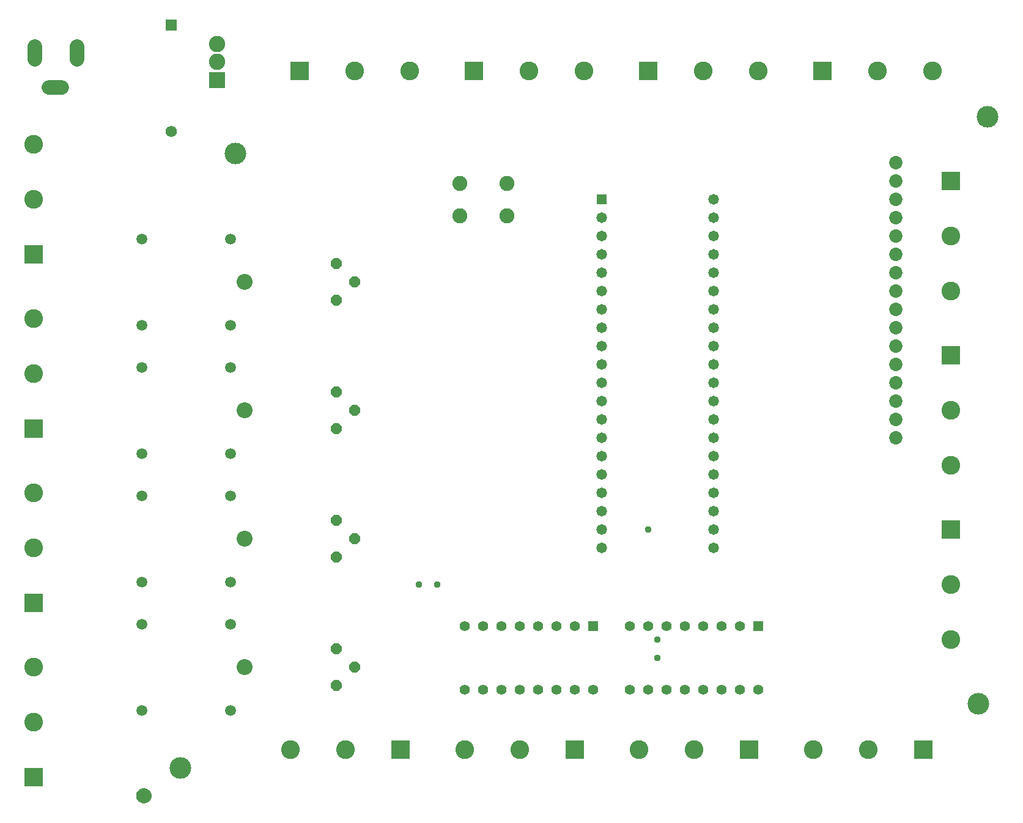
<source format=gbr>
G04 EAGLE Gerber RS-274X export*
G75*
%MOMM*%
%FSLAX34Y34*%
%LPD*%
%INSoldermask Bottom*%
%IPPOS*%
%AMOC8*
5,1,8,0,0,1.08239X$1,22.5*%
G01*
%ADD10R,1.561200X1.561200*%
%ADD11C,1.561200*%
%ADD12R,1.471200X1.471200*%
%ADD13C,1.471200*%
%ADD14R,2.258200X2.258200*%
%ADD15C,2.258200*%
%ADD16R,1.411200X1.411200*%
%ADD17C,1.411200*%
%ADD18C,2.003200*%
%ADD19C,2.213200*%
%ADD20C,1.511200*%
%ADD21P,1.649562X8X22.500000*%
%ADD22C,2.082800*%
%ADD23R,2.603200X2.603200*%
%ADD24C,2.603200*%
%ADD25C,1.853200*%
%ADD26C,3.003200*%
%ADD27C,0.959600*%

G36*
X243092Y-99380D02*
X243092Y-99380D01*
X243135Y-99368D01*
X243201Y-99361D01*
X244884Y-98910D01*
X244925Y-98891D01*
X244988Y-98872D01*
X246568Y-98135D01*
X246605Y-98109D01*
X246664Y-98080D01*
X248092Y-97080D01*
X248123Y-97048D01*
X248176Y-97009D01*
X249409Y-95776D01*
X249434Y-95740D01*
X249480Y-95692D01*
X250480Y-94264D01*
X250498Y-94223D01*
X250535Y-94168D01*
X251272Y-92588D01*
X251283Y-92545D01*
X251310Y-92484D01*
X251761Y-90801D01*
X251763Y-90770D01*
X251770Y-90748D01*
X251770Y-90733D01*
X251780Y-90692D01*
X251932Y-88955D01*
X251928Y-88911D01*
X251932Y-88845D01*
X251780Y-87108D01*
X251768Y-87065D01*
X251761Y-86999D01*
X251310Y-85316D01*
X251291Y-85275D01*
X251272Y-85212D01*
X250535Y-83632D01*
X250509Y-83595D01*
X250480Y-83536D01*
X249480Y-82108D01*
X249448Y-82077D01*
X249409Y-82024D01*
X248176Y-80791D01*
X248140Y-80766D01*
X248092Y-80720D01*
X246664Y-79720D01*
X246623Y-79702D01*
X246568Y-79665D01*
X244988Y-78928D01*
X244945Y-78917D01*
X244884Y-78890D01*
X243201Y-78439D01*
X243156Y-78436D01*
X243092Y-78420D01*
X241355Y-78268D01*
X241311Y-78272D01*
X241245Y-78268D01*
X239508Y-78420D01*
X239465Y-78432D01*
X239399Y-78439D01*
X237716Y-78890D01*
X237675Y-78909D01*
X237612Y-78928D01*
X236032Y-79665D01*
X235995Y-79691D01*
X235936Y-79720D01*
X234508Y-80720D01*
X234477Y-80752D01*
X234424Y-80791D01*
X233191Y-82024D01*
X233166Y-82060D01*
X233120Y-82108D01*
X232120Y-83536D01*
X232102Y-83577D01*
X232065Y-83632D01*
X231328Y-85212D01*
X231317Y-85255D01*
X231290Y-85316D01*
X230839Y-86999D01*
X230836Y-87044D01*
X230820Y-87108D01*
X230668Y-88845D01*
X230672Y-88889D01*
X230668Y-88955D01*
X230820Y-90692D01*
X230832Y-90735D01*
X230836Y-90769D01*
X230836Y-90785D01*
X230838Y-90790D01*
X230839Y-90801D01*
X231290Y-92484D01*
X231309Y-92525D01*
X231328Y-92588D01*
X232065Y-94168D01*
X232091Y-94205D01*
X232120Y-94264D01*
X233120Y-95692D01*
X233152Y-95723D01*
X233191Y-95776D01*
X234424Y-97009D01*
X234460Y-97034D01*
X234508Y-97080D01*
X235936Y-98080D01*
X235977Y-98098D01*
X236032Y-98135D01*
X237612Y-98872D01*
X237655Y-98883D01*
X237716Y-98910D01*
X239399Y-99361D01*
X239444Y-99364D01*
X239508Y-99380D01*
X241245Y-99532D01*
X241289Y-99528D01*
X241355Y-99532D01*
X243092Y-99380D01*
G37*
D10*
X279400Y977900D03*
D11*
X279400Y830900D03*
D12*
X875020Y736600D03*
D13*
X875020Y711200D03*
X875020Y685800D03*
X875020Y660400D03*
X875020Y635000D03*
X875020Y609600D03*
X875020Y584200D03*
X875020Y558800D03*
X875020Y533400D03*
X875020Y508000D03*
X875020Y482600D03*
X875020Y457200D03*
X875020Y431800D03*
X875020Y406400D03*
X875020Y381000D03*
X875020Y355600D03*
X875020Y330200D03*
X875020Y304800D03*
X875020Y279400D03*
X875020Y254000D03*
X1029980Y254000D03*
X1029980Y279400D03*
X1029980Y304800D03*
X1029980Y330200D03*
X1029980Y355600D03*
X1029980Y381000D03*
X1029980Y406400D03*
X1029980Y431800D03*
X1029980Y457200D03*
X1029980Y482600D03*
X1029980Y508000D03*
X1029980Y533400D03*
X1029980Y558800D03*
X1029980Y584200D03*
X1029980Y609600D03*
X1029980Y635000D03*
X1029980Y660400D03*
X1029980Y685800D03*
X1029980Y711200D03*
X1029980Y736600D03*
D14*
X342900Y901700D03*
D15*
X342900Y927050D03*
X342900Y952400D03*
D16*
X1092200Y145600D03*
D17*
X1066800Y145600D03*
X1041400Y145600D03*
X1016000Y145600D03*
X990600Y145600D03*
X965200Y145600D03*
X939800Y145600D03*
X914400Y145600D03*
X914400Y57600D03*
X939800Y57600D03*
X965200Y57600D03*
X990600Y57600D03*
X1016000Y57600D03*
X1041400Y57600D03*
X1066800Y57600D03*
X1092200Y57600D03*
D16*
X863600Y145600D03*
D17*
X838200Y145600D03*
X812800Y145600D03*
X787400Y145600D03*
X762000Y145600D03*
X736600Y145600D03*
X711200Y145600D03*
X685800Y145600D03*
X685800Y57600D03*
X711200Y57600D03*
X736600Y57600D03*
X762000Y57600D03*
X787400Y57600D03*
X812800Y57600D03*
X838200Y57600D03*
X863600Y57600D03*
D18*
X90700Y930800D02*
X90700Y948800D01*
X148700Y948800D02*
X148700Y930800D01*
X127700Y891800D02*
X109700Y891800D01*
D19*
X381000Y622300D03*
D20*
X361000Y562300D03*
X361000Y682300D03*
X239000Y562300D03*
X239000Y682300D03*
D19*
X381000Y88900D03*
D20*
X361000Y28900D03*
X361000Y148900D03*
X239000Y28900D03*
X239000Y148900D03*
D19*
X381000Y444500D03*
D20*
X361000Y384500D03*
X361000Y504500D03*
X239000Y384500D03*
X239000Y504500D03*
D19*
X381000Y266700D03*
D20*
X361000Y206700D03*
X361000Y326700D03*
X239000Y206700D03*
X239000Y326700D03*
D21*
X508000Y596900D03*
X533400Y622300D03*
X508000Y647700D03*
X508000Y63500D03*
X533400Y88900D03*
X508000Y114300D03*
X508000Y419100D03*
X533400Y444500D03*
X508000Y469900D03*
X508000Y241300D03*
X533400Y266700D03*
X508000Y292100D03*
D22*
X743712Y713994D03*
X678688Y713994D03*
X743712Y759206D03*
X678688Y759206D03*
D23*
X1320800Y-25400D03*
D24*
X1244600Y-25400D03*
X1168400Y-25400D03*
D23*
X1079500Y-25400D03*
D24*
X1003300Y-25400D03*
X927100Y-25400D03*
D23*
X596900Y-25400D03*
D24*
X520700Y-25400D03*
X444500Y-25400D03*
D23*
X838200Y-25400D03*
D24*
X762000Y-25400D03*
X685800Y-25400D03*
D23*
X939800Y914400D03*
D24*
X1016000Y914400D03*
X1092200Y914400D03*
D23*
X698500Y914400D03*
D24*
X774700Y914400D03*
X850900Y914400D03*
D23*
X1181100Y914400D03*
D24*
X1257300Y914400D03*
X1333500Y914400D03*
D23*
X457200Y914400D03*
D24*
X533400Y914400D03*
X609600Y914400D03*
D23*
X88900Y177800D03*
D24*
X88900Y254000D03*
X88900Y330200D03*
D23*
X88900Y-63500D03*
D24*
X88900Y12700D03*
X88900Y88900D03*
D23*
X88900Y419100D03*
D24*
X88900Y495300D03*
X88900Y571500D03*
D23*
X88900Y660400D03*
D24*
X88900Y736600D03*
X88900Y812800D03*
D23*
X1358900Y762000D03*
D24*
X1358900Y685800D03*
X1358900Y609600D03*
D23*
X1358900Y520700D03*
D24*
X1358900Y444500D03*
X1358900Y368300D03*
D23*
X1358900Y279400D03*
D24*
X1358900Y203200D03*
X1358900Y127000D03*
D25*
X1282700Y406400D03*
X1282700Y431800D03*
X1282700Y457200D03*
X1282700Y482600D03*
X1282700Y508000D03*
X1282700Y533400D03*
X1282700Y558800D03*
X1282700Y584200D03*
X1282700Y609600D03*
X1282700Y635000D03*
X1282700Y660400D03*
X1282700Y685800D03*
X1282700Y711200D03*
X1282700Y736600D03*
X1282700Y762000D03*
X1282700Y787400D03*
D26*
X1397000Y38100D03*
X292100Y-50800D03*
X368300Y800100D03*
X1409700Y850900D03*
D27*
X939800Y279400D03*
X952500Y127000D03*
X952500Y101600D03*
X622300Y203200D03*
X647700Y203200D03*
M02*

</source>
